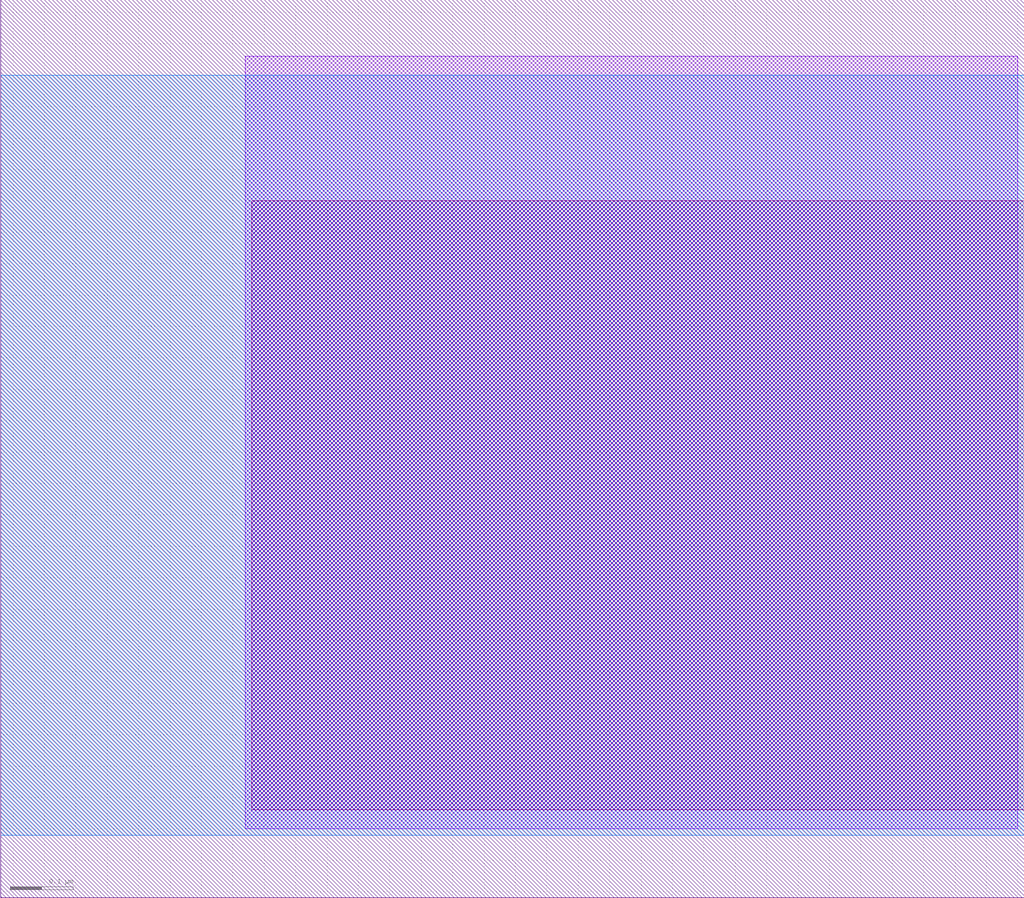
<source format=lef>
VERSION 5.7 ;
  NOWIREEXTENSIONATPIN ON ;
  DIVIDERCHAR "/" ;
  BUSBITCHARS "[]" ;
UNITS
  DATABASE MICRONS 200 ;
END UNITS

LAYER via2
  TYPE CUT ;
END via2

LAYER via
  TYPE CUT ;
END via

LAYER nwell
  TYPE MASTERSLICE ;
END nwell

LAYER via3
  TYPE CUT ;
END via3

LAYER pwell
  TYPE MASTERSLICE ;
END pwell

LAYER via4
  TYPE CUT ;
END via4

LAYER mcon
  TYPE CUT ;
END mcon

LAYER met6
  TYPE ROUTING ;
  WIDTH 0.030000 ;
  SPACING 0.040000 ;
  DIRECTION HORIZONTAL ;
END met6

LAYER met1
  TYPE ROUTING ;
  WIDTH 0.140000 ;
  SPACING 0.140000 ;
  DIRECTION HORIZONTAL ;
END met1

LAYER met3
  TYPE ROUTING ;
  WIDTH 0.300000 ;
  SPACING 0.300000 ;
  DIRECTION HORIZONTAL ;
END met3

LAYER met2
  TYPE ROUTING ;
  WIDTH 0.140000 ;
  SPACING 0.140000 ;
  DIRECTION HORIZONTAL ;
END met2

LAYER met4
  TYPE ROUTING ;
  WIDTH 0.300000 ;
  SPACING 0.300000 ;
  DIRECTION HORIZONTAL ;
END met4

LAYER met5
  TYPE ROUTING ;
  WIDTH 1.600000 ;
  SPACING 1.600000 ;
  DIRECTION HORIZONTAL ;
END met5

LAYER li1
  TYPE ROUTING ;
  WIDTH 0.170000 ;
  SPACING 0.170000 ;
  DIRECTION HORIZONTAL ;
END li1

MACRO sky130_hilas_TgateSingle01Part2
  CLASS BLOCK ;
  FOREIGN sky130_hilas_TgateSingle01Part2 ;
  ORIGIN 0.670 1.810 ;
  SIZE 1.630 BY 1.430 ;
  OBS
      LAYER li1 ;
        RECT -0.270 -1.670 0.960 -0.700 ;
      LAYER met1 ;
        RECT -0.280 -1.700 0.950 -0.470 ;
      LAYER met2 ;
        RECT -0.670 -1.710 0.960 -0.500 ;
  END
END sky130_hilas_TgateSingle01Part2
END LIBRARY


</source>
